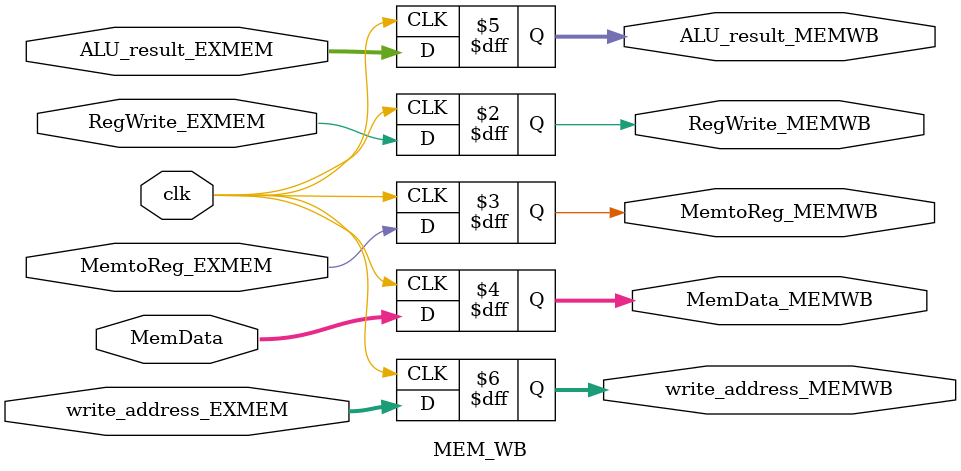
<source format=v>
`timescale 1ns / 1ps


module MEM_WB(
input clk,
input RegWrite_EXMEM,//
input MemtoReg_EXMEM,
input [31:0] MemData,
input [31:0] ALU_result_EXMEM,
input [4:0] write_address_EXMEM,
output reg RegWrite_MEMWB,//
output reg MemtoReg_MEMWB,
output reg [31:0] MemData_MEMWB,
output reg [31:0] ALU_result_MEMWB,
output reg [4:0] write_address_MEMWB
);
always @(posedge clk)
begin
RegWrite_MEMWB <= RegWrite_EXMEM;
MemtoReg_MEMWB <= MemtoReg_EXMEM;
MemData_MEMWB <= MemData;
ALU_result_MEMWB <= ALU_result_EXMEM;
write_address_MEMWB <= write_address_EXMEM;
end
endmodule

</source>
